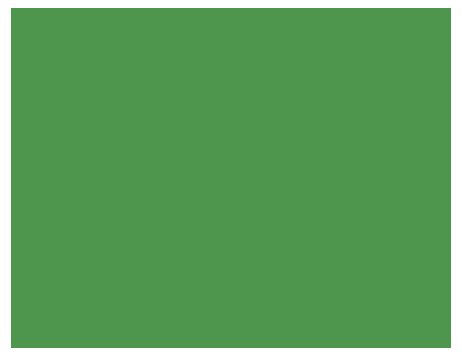
<source format=gtl>
G04 #@! TF.GenerationSoftware,KiCad,Pcbnew,6.0.2+dfsg-1*
G04 #@! TF.CreationDate,2022-08-15T17:06:06+10:00*
G04 #@! TF.ProjectId,patch-antenna,70617463-682d-4616-9e74-656e6e612e6b,1*
G04 #@! TF.SameCoordinates,Original*
G04 #@! TF.FileFunction,Copper,L1,Top*
G04 #@! TF.FilePolarity,Positive*
%FSLAX46Y46*%
G04 Gerber Fmt 4.6, Leading zero omitted, Abs format (unit mm)*
G04 Created by KiCad (PCBNEW 6.0.2+dfsg-1) date 2022-08-15 17:06:06*
%MOMM*%
%LPD*%
G01*
G04 APERTURE LIST*
G04 #@! TA.AperFunction,ComponentPad*
%ADD10R,4.000000X4.000000*%
G04 #@! TD*
G04 APERTURE END LIST*
G04 #@! TO.C,AE1*
G36*
X148125000Y-107430000D02*
G01*
X110895000Y-107430000D01*
X110895000Y-78620000D01*
X148125000Y-78620000D01*
X148125000Y-107430000D01*
G37*
G04 #@! TD*
D10*
G04 #@! TO.P,AE1,1,A*
G04 #@! TO.N,Net-(AE1-Pad1)*
X129510000Y-102590000D03*
G04 #@! TD*
M02*

</source>
